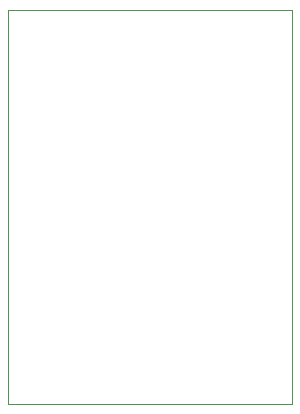
<source format=gbr>
%TF.GenerationSoftware,KiCad,Pcbnew,6.0.11-2627ca5db0~126~ubuntu22.04.1*%
%TF.CreationDate,2024-01-17T11:10:24+01:00*%
%TF.ProjectId,barco-modchip,62617263-6f2d-46d6-9f64-636869702e6b,rev?*%
%TF.SameCoordinates,Original*%
%TF.FileFunction,Profile,NP*%
%FSLAX46Y46*%
G04 Gerber Fmt 4.6, Leading zero omitted, Abs format (unit mm)*
G04 Created by KiCad (PCBNEW 6.0.11-2627ca5db0~126~ubuntu22.04.1) date 2024-01-17 11:10:24*
%MOMM*%
%LPD*%
G01*
G04 APERTURE LIST*
%TA.AperFunction,Profile*%
%ADD10C,0.100000*%
%TD*%
G04 APERTURE END LIST*
D10*
X169000000Y-92440000D02*
X193100000Y-92440000D01*
X193100000Y-92440000D02*
X193100000Y-125760000D01*
X193100000Y-125760000D02*
X169000000Y-125760000D01*
X169000000Y-125760000D02*
X169000000Y-92440000D01*
M02*

</source>
